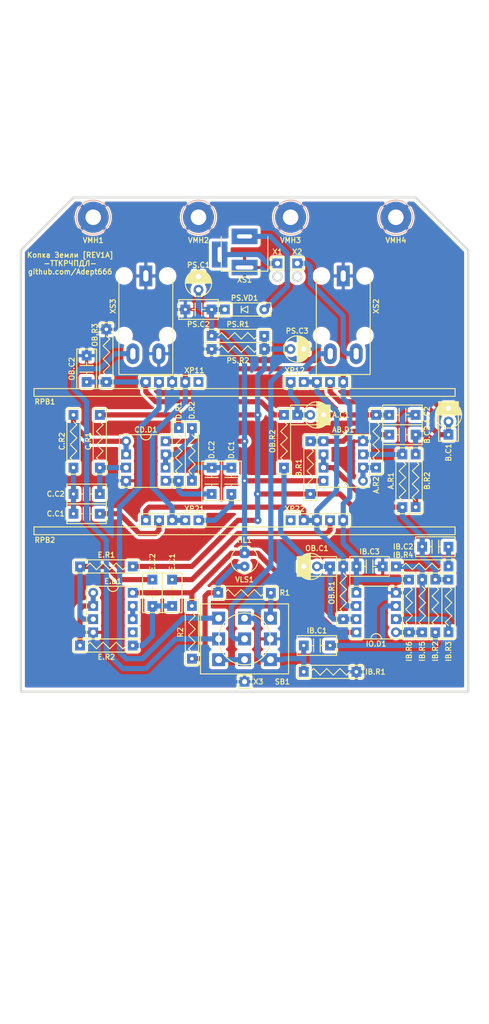
<source format=kicad_pcb>
(kicad_pcb (version 20171130) (host pcbnew 5.1.12-84ad8e8a86~92~ubuntu20.04.1)
  (title_block (title ТКП-1.24.A-2) (date 2024-06-19) (rev 1A) (company "Копка Земли [REV1A] Standard-Tuned") (comment 1 http://github.com/Adept666) (comment 2 "Igor Ivanov (Игорь Иванов)") (comment 3 -ТТКРЧПДЛ-) (comment 4 "This project is licensed under GNU General Public License v3.0 or later"))
  (layers (0 F.Cu jumper) (31 B.Cu signal) (37 F.SilkS user) (38 B.Mask user) (39 F.Mask user) (44 Edge.Cuts user))
  (net 0 "")
  (net 1 COM)
  (net 2 "Net-(HL1-PadC)")
  (net 3 /LED)
  (net 4 /PP3-POS)
  (net 5 /PP3-NEG)
  (net 6 VREF)
  (net 7 "Net-(A.C2-Pad2)")
  (net 8 "Net-(IB.C1-Pad2)")
  (net 9 "Net-(IB.C2-Pad2)")
  (net 10 /CUT-RAIL)
  (net 11 "Net-(IB.R3-Pad2)")
  (net 12 "Net-(IB.R5-Pad2)")
  (net 13 /BOOST-RAIL)
  (net 14 "Net-(IO.D1-Pad7)")
  (net 15 "Net-(OB.C2-Pad1)")
  (net 16 "Net-(C.C1-Pad1)")
  (net 17 "Net-(C.C1-Pad2)")
  (net 18 "Net-(C.C2-Pad2)")
  (net 19 "Net-(D.C1-Pad1)")
  (net 20 "Net-(D.C1-Pad2)")
  (net 21 "Net-(E.C1-Pad1)")
  (net 22 "Net-(E.C1-Pad2)")
  (net 23 "Net-(E.C2-Pad2)")
  (net 24 "Net-(E.D1-Pad6)")
  (net 25 "Net-(A.R2-Pad2)")
  (net 26 "Net-(AB.D1-Pad5)")
  (net 27 "Net-(AB.D1-Pad6)")
  (net 28 "Net-(C.R2-Pad2)")
  (net 29 "Net-(CD.D1-Pad5)")
  (net 30 "Net-(CD.D1-Pad6)")
  (net 31 "Net-(E.D1-Pad1)")
  (net 32 "Net-(E.D1-Pad5)")
  (net 33 V)
  (net 34 "Net-(PS.VD1-PadA)")
  (net 35 /IN-CIR)
  (net 36 /IN-CON)
  (net 37 "Net-(SB1-PadNC1)")
  (net 38 /OUT-CIR)
  (net 39 /OUT-CON)
  (net 40 "Net-(A.C1-Pad+)")
  (net 41 "Net-(A.C1-Pad-)")
  (net 42 "Net-(B.C1-Pad+)")
  (net 43 "Net-(B.C1-Pad-)")
  (net 44 "Net-(OB.C1-Pad-)")
  (module KCL-TH-ML:CON-PAD-S-1.0-1.9 (layer F.Cu) (at 105.41 186.055)
    (fp_text reference X3 (at 1.5875 0) (layer F.SilkS) (effects (font (thickness 0.2)) (justify left)))
    (fp_text value COM)
    (pad 1 thru_hole rect (at 0 0) (size 1.9 1.9) (drill 1) (layers *.Cu *.Mask) (net 1 COM))
  )
  (module KCL-TH-ML:CON-PAD-S-1.0-1.9 (layer F.Cu) (at 115.57 105.41)
    (fp_text reference X2 (at 0 -2.2225) (layer F.SilkS) (effects (font (thickness 0.2))))
    (fp_text value -)
    (pad 1 thru_hole rect (at 0 0) (size 1.9 1.9) (drill 1) (layers *.Cu *.Mask) (net 5 /PP3-NEG))
  )
  (module KCL-TH-ML:CON-PAD-S-1.0-1.9 (layer F.Cu) (at 111.76 105.41)
    (fp_text reference X1 (at 0 -2.2225) (layer F.SilkS) (effects (font (thickness 0.2))))
    (fp_text value +)
    (pad 1 thru_hole rect (at 0 0) (size 1.9 1.9) (drill 1) (layers *.Cu *.Mask) (net 4 /PP3-POS))
  )
  (module KCL-VIRTUAL:B-PP3-HV (layer F.Cu) (at 105.41 196.85)
    (fp_text reference GB1 hide)
    (fp_text value PP3 hide)
  )
  (module KCL-VIRTUAL:VLS-BR (layer F.Cu) (at 105.41 162.56)
    (fp_text reference VLS1 (at 0 3.81) (layer F.SilkS) (effects (font (thickness 0.2))))
    (fp_text value BR-12.7)
  )
  (module KCL-TH-ML:LED-ROUND-05.0-UNI-SH-SPACER-PNL-5.3 (layer F.Cu) (at 105.41 162.56 90)
    (fp_text reference HL1 (at 3.81 0 180) (layer F.SilkS) (effects (font (thickness 0.2))))
    (fp_text value FYL-5013UWC)
    (pad C thru_hole circle (at -1.27 0 90) (size 1.9 1.9) (drill 0.7) (layers *.Cu *.Mask) (net 2 "Net-(HL1-PadC)"))
    (pad A thru_hole roundrect (at 1.27 0 90) (size 1.9 1.9) (drill 0.7) (layers *.Cu *.Mask) (roundrect_rratio 0.3) (net 33 V))
  )
  (module KCL-TH-ML:VMH-STA-DA5-PNL-3.0 (layer F.Cu) (at 76.2 96.52)
    (fp_text reference VMH1 (at 0 4.445) (layer F.SilkS) (effects (font (thickness 0.2))))
    (fp_text value DI5M3x18)
    (pad 0 thru_hole circle (at 0 0) (size 6 6) (drill 3) (layers *.Cu *.Mask) (net 1 COM))
  )
  (module KCL-TH-ML:VMH-STA-DA5-PNL-3.0 (layer F.Cu) (at 96.52 96.52)
    (fp_text reference VMH2 (at 0 4.445) (layer F.SilkS) (effects (font (thickness 0.2))))
    (fp_text value DI5M3x18)
    (pad 0 thru_hole circle (at 0 0) (size 6 6) (drill 3) (layers *.Cu *.Mask) (net 1 COM))
  )
  (module KCL-TH-ML:VMH-STA-DA5-PNL-3.0 (layer F.Cu) (at 114.3 96.52)
    (fp_text reference VMH3 (at 0 4.445) (layer F.SilkS) (effects (font (thickness 0.2))))
    (fp_text value DI5M3x18)
    (pad 0 thru_hole circle (at 0 0) (size 6 6) (drill 3) (layers *.Cu *.Mask) (net 1 COM))
  )
  (module KCL-TH-ML:VMH-STA-DA5-PNL-3.0 (layer F.Cu) (at 134.62 96.52)
    (fp_text reference VMH4 (at 0 4.445) (layer F.SilkS) (effects (font (thickness 0.2))))
    (fp_text value DI5M3x18)
    (pad 0 thru_hole circle (at 0 0) (size 6 6) (drill 3) (layers *.Cu *.Mask) (net 1 COM))
  )
  (module SBKCL-TH-ML:RPB-1590BB-18-3x17-1.5-PNL-7.4-2.8 (layer F.Cu) (at 105.41 143.71)
    (fp_text reference RPB2 (at -40.64 15.04) (layer F.SilkS) (effects (font (thickness 0.2)) (justify left)))
    (fp_text value B50K-B50K-B50K)
    (fp_text user XP22 (at 7.62 9.0075) (layer F.SilkS) (effects (font (thickness 0.2)) (justify left)))
    (fp_text user XP21 (at -7.62 9.0075) (layer F.SilkS) (effects (font (thickness 0.2)) (justify right)))
    (pad 22 thru_hole rect (at 8.89 11.23) (size 1.9 1.9) (drill 1) (layers *.Cu *.Mask) (net 19 "Net-(D.C1-Pad1)"))
    (pad 23 thru_hole rect (at 11.43 11.23) (size 1.9 1.9) (drill 1) (layers *.Cu *.Mask) (net 13 /BOOST-RAIL))
    (pad 33 thru_hole rect (at 13.97 11.23) (size 1.9 1.9) (drill 1) (layers *.Cu *.Mask) (net 13 /BOOST-RAIL))
    (pad 32 thru_hole rect (at 16.51 11.23) (size 1.9 1.9) (drill 1) (layers *.Cu *.Mask) (net 21 "Net-(E.C1-Pad1)"))
    (pad 31 thru_hole rect (at 19.05 11.23) (size 1.9 1.9) (drill 1) (layers *.Cu *.Mask) (net 10 /CUT-RAIL))
    (pad 22 thru_hole rect (at -8.89 11.23) (size 1.9 1.9) (drill 1) (layers *.Cu *.Mask) (net 19 "Net-(D.C1-Pad1)"))
    (pad 12 thru_hole rect (at -16.51 11.23) (size 1.9 1.9) (drill 1) (layers *.Cu *.Mask) (net 16 "Net-(C.C1-Pad1)"))
    (pad 11 thru_hole rect (at -13.97 11.23) (size 1.9 1.9) (drill 1) (layers *.Cu *.Mask) (net 10 /CUT-RAIL))
    (pad 13 thru_hole rect (at -19.05 11.23) (size 1.9 1.9) (drill 1) (layers *.Cu *.Mask) (net 13 /BOOST-RAIL))
    (pad 21 thru_hole rect (at -11.43 11.23) (size 1.9 1.9) (drill 1) (layers *.Cu *.Mask) (net 10 /CUT-RAIL))
  )
  (module SBKCL-TH-ML:RPB-1590BB-18-3x17-1.5-PNL-7.4-2.8 (layer F.Cu) (at 105.41 117.04)
    (fp_text reference RPB1 (at -40.64 15.04) (layer F.SilkS) (effects (font (thickness 0.2)) (justify left)))
    (fp_text value B50K-B50K-B50K)
    (fp_text user XP12 (at 7.62 9.0075) (layer F.SilkS) (effects (font (thickness 0.2)) (justify left)))
    (fp_text user XP11 (at -7.62 9.0075) (layer F.SilkS) (effects (font (thickness 0.2)) (justify right)))
    (pad 22 thru_hole rect (at 8.89 11.23) (size 1.9 1.9) (drill 1) (layers *.Cu *.Mask) (net 40 "Net-(A.C1-Pad+)"))
    (pad 23 thru_hole rect (at 11.43 11.23) (size 1.9 1.9) (drill 1) (layers *.Cu *.Mask) (net 13 /BOOST-RAIL))
    (pad 33 thru_hole rect (at 13.97 11.23) (size 1.9 1.9) (drill 1) (layers *.Cu *.Mask) (net 13 /BOOST-RAIL))
    (pad 32 thru_hole rect (at 16.51 11.23) (size 1.9 1.9) (drill 1) (layers *.Cu *.Mask) (net 42 "Net-(B.C1-Pad+)"))
    (pad 31 thru_hole rect (at 19.05 11.23) (size 1.9 1.9) (drill 1) (layers *.Cu *.Mask) (net 10 /CUT-RAIL))
    (pad 22 thru_hole rect (at -8.89 11.23) (size 1.9 1.9) (drill 1) (layers *.Cu *.Mask) (net 40 "Net-(A.C1-Pad+)"))
    (pad 12 thru_hole rect (at -16.51 11.23) (size 1.9 1.9) (drill 1) (layers *.Cu *.Mask) (net 38 /OUT-CIR))
    (pad 11 thru_hole rect (at -13.97 11.23) (size 1.9 1.9) (drill 1) (layers *.Cu *.Mask) (net 1 COM))
    (pad 13 thru_hole rect (at -19.05 11.23) (size 1.9 1.9) (drill 1) (layers *.Cu *.Mask) (net 15 "Net-(OB.C2-Pad1)"))
    (pad 21 thru_hole rect (at -11.43 11.23) (size 1.9 1.9) (drill 1) (layers *.Cu *.Mask) (net 10 /CUT-RAIL))
  )
  (module SBKCL-TH-ML:CON-ST-008X-04 (layer F.Cu) (at 124.46 100.33 180)
    (fp_text reference XS2 (at -6.35 -13.335 270) (layer F.SilkS) (effects (font (thickness 0.2))))
    (fp_text value PJ-309)
    (pad "" np_thru_hole circle (at 4.2 -7.5 180) (size 2.2 2.2) (drill 2.2) (layers *.Cu *.Mask))
    (pad "" np_thru_hole circle (at -4.2 -7.5 180) (size 2.2 2.2) (drill 2.2) (layers *.Cu *.Mask))
    (pad "" np_thru_hole circle (at 4.2 -19 180) (size 2.2 2.2) (drill 2.2) (layers *.Cu *.Mask))
    (pad R thru_hole oval (at -2.5 -22.5 180) (size 2.5 4) (drill oval 1 2.2) (layers *.Cu *.Mask) (net 5 /PP3-NEG))
    (pad T thru_hole oval (at 2.5 -22.5 180) (size 2.5 4) (drill oval 1 2.2) (layers *.Cu *.Mask) (net 36 /IN-CON))
    (pad S thru_hole rect (at 0 -7.5 180) (size 2.5 4) (drill oval 1 2.2) (layers *.Cu *.Mask) (net 1 COM))
    (pad "" np_thru_hole circle (at -4.2 -19 180) (size 2.2 2.2) (drill 2.2) (layers *.Cu *.Mask))
  )
  (module SBKCL-TH-ML:CON-ST-008X-04 (layer F.Cu) (at 86.36 100.33 180)
    (fp_text reference XS3 (at 6.35 -13.335 270) (layer F.SilkS) (effects (font (thickness 0.2))))
    (fp_text value PJ-309)
    (pad "" np_thru_hole circle (at 4.2 -7.5 180) (size 2.2 2.2) (drill 2.2) (layers *.Cu *.Mask))
    (pad "" np_thru_hole circle (at -4.2 -7.5 180) (size 2.2 2.2) (drill 2.2) (layers *.Cu *.Mask))
    (pad "" np_thru_hole circle (at 4.2 -19 180) (size 2.2 2.2) (drill 2.2) (layers *.Cu *.Mask))
    (pad R thru_hole oval (at -2.5 -22.5 180) (size 2.5 4) (drill oval 1 2.2) (layers *.Cu *.Mask) (net 1 COM))
    (pad T thru_hole oval (at 2.5 -22.5 180) (size 2.5 4) (drill oval 1 2.2) (layers *.Cu *.Mask) (net 39 /OUT-CON))
    (pad S thru_hole rect (at 0 -7.5 180) (size 2.5 4) (drill oval 1 2.2) (layers *.Cu *.Mask) (net 1 COM))
    (pad "" np_thru_hole circle (at -4.2 -19 180) (size 2.2 2.2) (drill 2.2) (layers *.Cu *.Mask))
  )
  (module KCL-TH-ML:SW-PBS-24-302SP-2.5-PNL-13.0 (layer F.Cu) (at 105.41 177.8)
    (fp_text reference SB1 (at 8.89 8.255) (layer F.SilkS) (effects (font (thickness 0.2)) (justify right)))
    (fp_text value PBS-24-302SP)
    (pad COM3 thru_hole rect (at 5 0) (size 2.5 2.5) (drill 1.3) (layers *.Cu *.Mask) (net 1 COM))
    (pad NC3 thru_hole rect (at 5 4) (size 2.5 2.5) (drill 1.3) (layers *.Cu *.Mask) (net 35 /IN-CIR))
    (pad NO3 thru_hole rect (at 5 -4) (size 2.5 2.5) (drill 1.3) (layers *.Cu *.Mask) (net 3 /LED))
    (pad COM2 thru_hole rect (at 0 0) (size 2.5 2.5) (drill 1.3) (layers *.Cu *.Mask) (net 36 /IN-CON))
    (pad NC2 thru_hole rect (at 0 4) (size 2.5 2.5) (drill 1.3) (layers *.Cu *.Mask) (net 37 "Net-(SB1-PadNC1)"))
    (pad NO2 thru_hole rect (at 0 -4) (size 2.5 2.5) (drill 1.3) (layers *.Cu *.Mask) (net 35 /IN-CIR))
    (pad NO1 thru_hole rect (at -5 -4) (size 2.5 2.5) (drill 1.3) (layers *.Cu *.Mask) (net 38 /OUT-CIR))
    (pad COM1 thru_hole rect (at -5 0) (size 2.5 2.5) (drill 1.3) (layers *.Cu *.Mask) (net 39 /OUT-CON))
    (pad NC1 thru_hole rect (at -5 4) (size 2.5 2.5) (drill 1.3) (layers *.Cu *.Mask) (net 37 "Net-(SB1-PadNC1)"))
  )
  (module SBKCL-TH-ML:C-DISK-D04.2-T03.0-P05.08-d0.5-OR-CP-RADIAL-D05.0-P02.0-CLS (layer F.Cu) (at 119.38 163.83 180)
    (fp_text reference OB.C1 (at 0 3.4925) (layer F.SilkS) (effects (font (thickness 0.2))))
    (fp_text value 105)
    (pad - thru_hole rect (at 2.54 0 180) (size 1.9 1.9) (drill 1) (layers *.Cu *.Mask) (net 44 "Net-(OB.C1-Pad-)"))
    (pad + thru_hole circle (at 0 0 180) (size 1.9 1.9) (drill 1) (layers *.Cu *.Mask) (net 14 "Net-(IO.D1-Pad7)"))
    (pad + thru_hole rect (at -2.54 0 180) (size 1.9 1.9) (drill 0.6) (layers *.Cu *.Mask) (net 14 "Net-(IO.D1-Pad7)"))
  )
  (module SBKCL-TH-ML:C-DISK-D04.2-T03.0-P05.08-d0.5-OR-CP-RADIAL-D05.0-P02.0-CLS (layer F.Cu) (at 144.78 135.89 90)
    (fp_text reference B.C1 (at -4.1275 0 90) (layer F.SilkS) (effects (font (thickness 0.2)) (justify right)))
    (fp_text value 105)
    (pad - thru_hole rect (at 2.54 0 90) (size 1.9 1.9) (drill 1) (layers *.Cu *.Mask) (net 43 "Net-(B.C1-Pad-)"))
    (pad + thru_hole circle (at 0 0 90) (size 1.9 1.9) (drill 1) (layers *.Cu *.Mask) (net 42 "Net-(B.C1-Pad+)"))
    (pad + thru_hole rect (at -2.54 0 90) (size 1.9 1.9) (drill 0.6) (layers *.Cu *.Mask) (net 42 "Net-(B.C1-Pad+)"))
  )
  (module SBKCL-TH-ML:C-DISK-D04.2-T03.0-P05.08-d0.5-OR-CP-RADIAL-D05.0-P02.0-CLS (layer F.Cu) (at 118.11 134.62)
    (fp_text reference A.C1 (at 4.1275 0) (layer F.SilkS) (effects (font (thickness 0.2)) (justify left)))
    (fp_text value 105)
    (pad + thru_hole rect (at -2.54 0) (size 1.9 1.9) (drill 0.6) (layers *.Cu *.Mask) (net 40 "Net-(A.C1-Pad+)"))
    (pad + thru_hole circle (at 0 0) (size 1.9 1.9) (drill 1) (layers *.Cu *.Mask) (net 40 "Net-(A.C1-Pad+)"))
    (pad - thru_hole rect (at 2.54 0) (size 1.9 1.9) (drill 1) (layers *.Cu *.Mask) (net 41 "Net-(A.C1-Pad-)"))
  )
  (module KCL-TH-ML:R-MFR-25 (layer F.Cu) (at 95.25 176.53 90)
    (fp_text reference R2 (at 0 -2.2225 90) (layer F.SilkS) (effects (font (thickness 0.2))))
    (fp_text value X)
    (pad 1 thru_hole rect (at -5.08 0 90) (size 1.9 1.9) (drill 0.7) (layers *.Cu *.Mask) (net 2 "Net-(HL1-PadC)"))
    (pad 2 thru_hole rect (at 5.08 0 90) (size 1.9 1.9) (drill 0.7) (layers *.Cu *.Mask) (net 33 V))
  )
  (module KCL-TH-ML:CP-RADIAL-D05.0-P02.0-CLS (layer F.Cu) (at 115.57 121.92)
    (fp_text reference PS.C3 (at 0 -3.4925) (layer F.SilkS) (effects (font (thickness 0.2))))
    (fp_text value 476)
    (pad - thru_hole roundrect (at 1.27 0) (size 1.9 1.9) (drill 1) (layers *.Cu *.Mask) (roundrect_rratio 0.3) (net 1 COM))
    (pad + thru_hole circle (at -1.27 0) (size 1.9 1.9) (drill 1) (layers *.Cu *.Mask) (net 6 VREF))
  )
  (module KCL-TH-ML:CP-RADIAL-D05.0-P02.0-CLS (layer F.Cu) (at 96.52 109.22 90)
    (fp_text reference PS.C1 (at 3.4925 0 180) (layer F.SilkS) (effects (font (thickness 0.2))))
    (fp_text value 107)
    (pad + thru_hole circle (at -1.27 0 90) (size 1.9 1.9) (drill 1) (layers *.Cu *.Mask) (net 33 V))
    (pad - thru_hole roundrect (at 1.27 0 90) (size 1.9 1.9) (drill 1) (layers *.Cu *.Mask) (roundrect_rratio 0.3) (net 1 COM))
  )
  (module KCL-TH-ML:C-DISK-D04.2-T03.0-P05.08-d0.5 (layer F.Cu) (at 96.52 114.3 180)
    (fp_text reference PS.C2 (at 0 -2.8575) (layer F.SilkS) (effects (font (thickness 0.2))))
    (fp_text value 104)
    (pad 1 thru_hole rect (at -2.54 0 180) (size 1.9 1.9) (drill 0.6) (layers *.Cu *.Mask) (net 33 V))
    (pad 2 thru_hole rect (at 2.54 0 180) (size 1.9 1.9) (drill 0.6) (layers *.Cu *.Mask) (net 1 COM))
  )
  (module KCL-TH-ML:C-DISK-D04.2-T03.0-P05.08-d0.5 (layer F.Cu) (at 74.93 125.73 90)
    (fp_text reference OB.C2 (at 0 -2.8575 90) (layer F.SilkS) (effects (font (thickness 0.2))))
    (fp_text value 103)
    (pad 1 thru_hole rect (at -2.54 0 90) (size 1.9 1.9) (drill 0.6) (layers *.Cu *.Mask) (net 15 "Net-(OB.C2-Pad1)"))
    (pad 2 thru_hole rect (at 2.54 0 90) (size 1.9 1.9) (drill 0.6) (layers *.Cu *.Mask) (net 1 COM))
  )
  (module KCL-TH-ML:C-DISK-D04.2-T03.0-P05.08-d0.5 (layer F.Cu) (at 129.54 163.83)
    (fp_text reference IB.C3 (at 0 -2.8575) (layer F.SilkS) (effects (font (thickness 0.2))))
    (fp_text value 151)
    (pad 1 thru_hole rect (at -2.54 0) (size 1.9 1.9) (drill 0.6) (layers *.Cu *.Mask) (net 10 /CUT-RAIL))
    (pad 2 thru_hole rect (at 2.54 0) (size 1.9 1.9) (drill 0.6) (layers *.Cu *.Mask) (net 1 COM))
  )
  (module KCL-TH-ML:C-DISK-D04.2-T03.0-P05.08-d0.5 (layer F.Cu) (at 142.24 160.02)
    (fp_text reference IB.C2 (at -4.1275 0) (layer F.SilkS) (effects (font (thickness 0.2)) (justify right)))
    (fp_text value 103)
    (pad 1 thru_hole rect (at -2.54 0) (size 1.9 1.9) (drill 0.6) (layers *.Cu *.Mask) (net 6 VREF))
    (pad 2 thru_hole rect (at 2.54 0) (size 1.9 1.9) (drill 0.6) (layers *.Cu *.Mask) (net 9 "Net-(IB.C2-Pad2)"))
  )
  (module KCL-TH-ML:C-DISK-D04.2-T03.0-P05.08-d0.5 (layer F.Cu) (at 119.38 179.07)
    (fp_text reference IB.C1 (at 0 -2.8575) (layer F.SilkS) (effects (font (thickness 0.2))))
    (fp_text value 103)
    (pad 1 thru_hole rect (at -2.54 0) (size 1.9 1.9) (drill 0.6) (layers *.Cu *.Mask) (net 35 /IN-CIR))
    (pad 2 thru_hole rect (at 2.54 0) (size 1.9 1.9) (drill 0.6) (layers *.Cu *.Mask) (net 8 "Net-(IB.C1-Pad2)"))
  )
  (module KCL-TH-ML:C-DISK-D04.2-T03.0-P05.08-d0.5 (layer F.Cu) (at 87.63 168.91 90)
    (fp_text reference E.C2 (at 4.1275 0 90) (layer F.SilkS) (effects (font (thickness 0.2)) (justify left)))
    (fp_text value 681)
    (pad 1 thru_hole rect (at -2.54 0 90) (size 1.9 1.9) (drill 0.6) (layers *.Cu *.Mask) (net 22 "Net-(E.C1-Pad2)"))
    (pad 2 thru_hole rect (at 2.54 0 90) (size 1.9 1.9) (drill 0.6) (layers *.Cu *.Mask) (net 23 "Net-(E.C2-Pad2)"))
  )
  (module KCL-TH-ML:C-DISK-D04.2-T03.0-P05.08-d0.5 (layer F.Cu) (at 91.44 168.91 270)
    (fp_text reference E.C1 (at -4.1275 0 90) (layer F.SilkS) (effects (font (thickness 0.2)) (justify left)))
    (fp_text value 223)
    (pad 1 thru_hole rect (at -2.54 0 270) (size 1.9 1.9) (drill 0.6) (layers *.Cu *.Mask) (net 21 "Net-(E.C1-Pad1)"))
    (pad 2 thru_hole rect (at 2.54 0 270) (size 1.9 1.9) (drill 0.6) (layers *.Cu *.Mask) (net 22 "Net-(E.C1-Pad2)"))
  )
  (module KCL-TH-ML:C-DISK-D04.2-T03.0-P05.08-d0.5 (layer F.Cu) (at 99.06 147.32 270)
    (fp_text reference D.C2 (at -4.1275 0 90) (layer F.SilkS) (effects (font (thickness 0.2)) (justify left)))
    (fp_text value 332)
    (pad 1 thru_hole rect (at -2.54 0 270) (size 1.9 1.9) (drill 0.6) (layers *.Cu *.Mask) (net 20 "Net-(D.C1-Pad2)"))
    (pad 2 thru_hole rect (at 2.54 0 270) (size 1.9 1.9) (drill 0.6) (layers *.Cu *.Mask) (net 29 "Net-(CD.D1-Pad5)"))
  )
  (module KCL-TH-ML:C-DISK-D04.2-T03.0-P05.08-d0.5 (layer F.Cu) (at 102.87 147.32 90)
    (fp_text reference D.C1 (at 4.1275 0 90) (layer F.SilkS) (effects (font (thickness 0.2)) (justify left)))
    (fp_text value 333)
    (pad 2 thru_hole rect (at 2.54 0 90) (size 1.9 1.9) (drill 0.6) (layers *.Cu *.Mask) (net 20 "Net-(D.C1-Pad2)"))
    (pad 1 thru_hole rect (at -2.54 0 90) (size 1.9 1.9) (drill 0.6) (layers *.Cu *.Mask) (net 19 "Net-(D.C1-Pad1)"))
  )
  (module KCL-TH-ML:C-DISK-D04.2-T03.0-P05.08-d0.5 (layer F.Cu) (at 74.93 149.86)
    (fp_text reference C.C2 (at -4.1275 0) (layer F.SilkS) (effects (font (thickness 0.2)) (justify right)))
    (fp_text value 472)
    (pad 2 thru_hole rect (at 2.54 0) (size 1.9 1.9) (drill 0.6) (layers *.Cu *.Mask) (net 18 "Net-(C.C2-Pad2)"))
    (pad 1 thru_hole rect (at -2.54 0) (size 1.9 1.9) (drill 0.6) (layers *.Cu *.Mask) (net 17 "Net-(C.C1-Pad2)"))
  )
  (module KCL-TH-ML:C-DISK-D04.2-T03.0-P05.08-d0.5 (layer F.Cu) (at 74.93 153.67 180)
    (fp_text reference C.C1 (at 4.1275 0) (layer F.SilkS) (effects (font (thickness 0.2)) (justify right)))
    (fp_text value 224)
    (pad 2 thru_hole rect (at 2.54 0 180) (size 1.9 1.9) (drill 0.6) (layers *.Cu *.Mask) (net 17 "Net-(C.C1-Pad2)"))
    (pad 1 thru_hole rect (at -2.54 0 180) (size 1.9 1.9) (drill 0.6) (layers *.Cu *.Mask) (net 16 "Net-(C.C1-Pad1)"))
  )
  (module KCL-TH-ML:C-DISK-D04.2-T03.0-P05.08-d0.5 (layer F.Cu) (at 135.89 138.43 180)
    (fp_text reference B.C2 (at -4.7625 0 270) (layer F.SilkS) (effects (font (thickness 0.2))))
    (fp_text value 682)
    (pad 1 thru_hole rect (at -2.54 0 180) (size 1.9 1.9) (drill 0.6) (layers *.Cu *.Mask) (net 43 "Net-(B.C1-Pad-)"))
    (pad 2 thru_hole rect (at 2.54 0 180) (size 1.9 1.9) (drill 0.6) (layers *.Cu *.Mask) (net 26 "Net-(AB.D1-Pad5)"))
  )
  (module KCL-TH-ML:C-DISK-D04.2-T03.0-P05.08-d0.5 (layer F.Cu) (at 135.89 134.62)
    (fp_text reference A.C2 (at 4.7625 0 90) (layer F.SilkS) (effects (font (thickness 0.2))))
    (fp_text value 473)
    (pad 2 thru_hole rect (at 2.54 0) (size 1.9 1.9) (drill 0.6) (layers *.Cu *.Mask) (net 7 "Net-(A.C2-Pad2)"))
    (pad 1 thru_hole rect (at -2.54 0) (size 1.9 1.9) (drill 0.6) (layers *.Cu *.Mask) (net 41 "Net-(A.C1-Pad-)"))
  )
  (module KCL-TH-ML:R-MFR-25 (layer F.Cu) (at 105.41 168.91 180)
    (fp_text reference R1 (at -6.6675 0) (layer F.SilkS) (effects (font (thickness 0.2)) (justify left)))
    (fp_text value 103)
    (pad 1 thru_hole rect (at -5.08 0 180) (size 1.9 1.9) (drill 0.7) (layers *.Cu *.Mask) (net 3 /LED))
    (pad 2 thru_hole rect (at 5.08 0 180) (size 1.9 1.9) (drill 0.7) (layers *.Cu *.Mask) (net 2 "Net-(HL1-PadC)"))
  )
  (module KCL-TH-ML:R-MFR-25 (layer F.Cu) (at 104.14 121.92)
    (fp_text reference PS.R2 (at 0 2.2225) (layer F.SilkS) (effects (font (thickness 0.2))))
    (fp_text value 473)
    (pad 1 thru_hole rect (at -5.08 0) (size 1.9 1.9) (drill 0.7) (layers *.Cu *.Mask) (net 1 COM))
    (pad 2 thru_hole rect (at 5.08 0) (size 1.9 1.9) (drill 0.7) (layers *.Cu *.Mask) (net 6 VREF))
  )
  (module KCL-TH-ML:R-MFR-25 (layer F.Cu) (at 104.14 119.38 180)
    (fp_text reference PS.R1 (at 0 2.2225) (layer F.SilkS) (effects (font (thickness 0.2))))
    (fp_text value 473)
    (pad 1 thru_hole rect (at -5.08 0 180) (size 1.9 1.9) (drill 0.7) (layers *.Cu *.Mask) (net 6 VREF))
    (pad 2 thru_hole rect (at 5.08 0 180) (size 1.9 1.9) (drill 0.7) (layers *.Cu *.Mask) (net 33 V))
  )
  (module KCL-TH-ML:R-MFR-25 (layer F.Cu) (at 78.74 123.19 270)
    (fp_text reference OB.R3 (at -6.35 2.2225 90) (layer F.SilkS) (effects (font (thickness 0.2)) (justify right)))
    (fp_text value 103)
    (pad 1 thru_hole rect (at -5.08 0 270) (size 1.9 1.9) (drill 0.7) (layers *.Cu *.Mask) (net 1 COM))
    (pad 2 thru_hole rect (at 5.08 0 270) (size 1.9 1.9) (drill 0.7) (layers *.Cu *.Mask) (net 15 "Net-(OB.C2-Pad1)"))
  )
  (module KCL-TH-ML:R-MFR-25 (layer F.Cu) (at 113.03 139.7 90)
    (fp_text reference OB.R2 (at 0 -2.2225 90) (layer F.SilkS) (effects (font (thickness 0.2))))
    (fp_text value 103)
    (pad 2 thru_hole rect (at 5.08 0 90) (size 1.9 1.9) (drill 0.7) (layers *.Cu *.Mask) (net 15 "Net-(OB.C2-Pad1)"))
    (pad 1 thru_hole rect (at -5.08 0 90) (size 1.9 1.9) (drill 0.7) (layers *.Cu *.Mask) (net 44 "Net-(OB.C1-Pad-)"))
  )
  (module KCL-TH-ML:R-MFR-25 (layer F.Cu) (at 124.46 168.91 270)
    (fp_text reference OB.R1 (at 0 2.2225 90) (layer F.SilkS) (effects (font (thickness 0.2))))
    (fp_text value 103)
    (pad 2 thru_hole rect (at 5.08 0 270) (size 1.9 1.9) (drill 0.7) (layers *.Cu *.Mask) (net 14 "Net-(IO.D1-Pad7)"))
    (pad 1 thru_hole rect (at -5.08 0 270) (size 1.9 1.9) (drill 0.7) (layers *.Cu *.Mask) (net 13 /BOOST-RAIL))
  )
  (module KCL-TH-ML:R-MFR-25 (layer F.Cu) (at 137.16 171.45 90)
    (fp_text reference IB.R6 (at -6.6675 0 90) (layer F.SilkS) (effects (font (thickness 0.2)) (justify right)))
    (fp_text value 103)
    (pad 1 thru_hole rect (at -5.08 0 90) (size 1.9 1.9) (drill 0.7) (layers *.Cu *.Mask) (net 12 "Net-(IB.R5-Pad2)"))
    (pad 2 thru_hole rect (at 5.08 0 90) (size 1.9 1.9) (drill 0.7) (layers *.Cu *.Mask) (net 10 /CUT-RAIL))
  )
  (module KCL-TH-ML:R-MFR-25 (layer F.Cu) (at 139.7 171.45 270)
    (fp_text reference IB.R5 (at 6.6675 0 90) (layer F.SilkS) (effects (font (thickness 0.2)) (justify right)))
    (fp_text value 103)
    (pad 1 thru_hole rect (at -5.08 0 270) (size 1.9 1.9) (drill 0.7) (layers *.Cu *.Mask) (net 11 "Net-(IB.R3-Pad2)"))
    (pad 2 thru_hole rect (at 5.08 0 270) (size 1.9 1.9) (drill 0.7) (layers *.Cu *.Mask) (net 12 "Net-(IB.R5-Pad2)"))
  )
  (module KCL-TH-ML:R-MFR-25 (layer F.Cu) (at 139.7 163.83 180)
    (fp_text reference IB.R4 (at 1.5875 2.2225) (layer F.SilkS) (effects (font (thickness 0.2)) (justify right)))
    (fp_text value 102)
    (pad 1 thru_hole rect (at -5.08 0 180) (size 1.9 1.9) (drill 0.7) (layers *.Cu *.Mask) (net 9 "Net-(IB.C2-Pad2)"))
    (pad 2 thru_hole rect (at 5.08 0 180) (size 1.9 1.9) (drill 0.7) (layers *.Cu *.Mask) (net 11 "Net-(IB.R3-Pad2)"))
  )
  (module KCL-TH-ML:R-MFR-25 (layer F.Cu) (at 144.78 171.45 270)
    (fp_text reference IB.R3 (at 6.6675 0 90) (layer F.SilkS) (effects (font (thickness 0.2)) (justify right)))
    (fp_text value 103)
    (pad 1 thru_hole rect (at -5.08 0 270) (size 1.9 1.9) (drill 0.7) (layers *.Cu *.Mask) (net 6 VREF))
    (pad 2 thru_hole rect (at 5.08 0 270) (size 1.9 1.9) (drill 0.7) (layers *.Cu *.Mask) (net 11 "Net-(IB.R3-Pad2)"))
  )
  (module KCL-TH-ML:R-MFR-25 (layer F.Cu) (at 142.24 171.45 270)
    (fp_text reference IB.R2 (at 6.6675 0 90) (layer F.SilkS) (effects (font (thickness 0.2)) (justify right)))
    (fp_text value 474)
    (pad 1 thru_hole rect (at -5.08 0 270) (size 1.9 1.9) (drill 0.7) (layers *.Cu *.Mask) (net 6 VREF))
    (pad 2 thru_hole rect (at 5.08 0 270) (size 1.9 1.9) (drill 0.7) (layers *.Cu *.Mask) (net 8 "Net-(IB.C1-Pad2)"))
  )
  (module KCL-TH-ML:R-MFR-25 (layer F.Cu) (at 121.92 184.15 180)
    (fp_text reference IB.R1 (at -6.6675 0) (layer F.SilkS) (effects (font (thickness 0.2)) (justify left)))
    (fp_text value 225)
    (pad 1 thru_hole rect (at -5.08 0 180) (size 1.9 1.9) (drill 0.7) (layers *.Cu *.Mask) (net 1 COM))
    (pad 2 thru_hole rect (at 5.08 0 180) (size 1.9 1.9) (drill 0.7) (layers *.Cu *.Mask) (net 35 /IN-CIR))
  )
  (module KCL-TH-ML:R-MFR-25 (layer F.Cu) (at 78.74 179.07 180)
    (fp_text reference E.R2 (at 0 -2.2225) (layer F.SilkS) (effects (font (thickness 0.2))))
    (fp_text value 511)
    (pad 2 thru_hole rect (at 5.08 0 180) (size 1.9 1.9) (drill 0.7) (layers *.Cu *.Mask) (net 31 "Net-(E.D1-Pad1)"))
    (pad 1 thru_hole rect (at -5.08 0 180) (size 1.9 1.9) (drill 0.7) (layers *.Cu *.Mask) (net 22 "Net-(E.C1-Pad2)"))
  )
  (module KCL-TH-ML:R-MFR-25 (layer F.Cu) (at 78.74 163.83 180)
    (fp_text reference E.R1 (at 0 2.2225) (layer F.SilkS) (effects (font (thickness 0.2))))
    (fp_text value 124)
    (pad 2 thru_hole rect (at 5.08 0 180) (size 1.9 1.9) (drill 0.7) (layers *.Cu *.Mask) (net 23 "Net-(E.C2-Pad2)"))
    (pad 1 thru_hole rect (at -5.08 0 180) (size 1.9 1.9) (drill 0.7) (layers *.Cu *.Mask) (net 6 VREF))
  )
  (module KCL-TH-ML:R-MFR-25 (layer F.Cu) (at 95.25 142.24 90)
    (fp_text reference D.R2 (at 6.6675 0 90) (layer F.SilkS) (effects (font (thickness 0.2)) (justify left)))
    (fp_text value 821)
    (pad 2 thru_hole rect (at 5.08 0 90) (size 1.9 1.9) (drill 0.7) (layers *.Cu *.Mask) (net 30 "Net-(CD.D1-Pad6)"))
    (pad 1 thru_hole rect (at -5.08 0 90) (size 1.9 1.9) (drill 0.7) (layers *.Cu *.Mask) (net 20 "Net-(D.C1-Pad2)"))
  )
  (module KCL-TH-ML:R-MFR-25 (layer F.Cu) (at 92.71 142.24 270)
    (fp_text reference D.R1 (at -6.6675 0 90) (layer F.SilkS) (effects (font (thickness 0.2)) (justify left)))
    (fp_text value 104)
    (pad 1 thru_hole rect (at -5.08 0 270) (size 1.9 1.9) (drill 0.7) (layers *.Cu *.Mask) (net 6 VREF))
    (pad 2 thru_hole rect (at 5.08 0 270) (size 1.9 1.9) (drill 0.7) (layers *.Cu *.Mask) (net 29 "Net-(CD.D1-Pad5)"))
  )
  (module KCL-TH-ML:R-MFR-25 (layer F.Cu) (at 72.39 139.7 90)
    (fp_text reference C.R2 (at 0 -2.2225 90) (layer F.SilkS) (effects (font (thickness 0.2))))
    (fp_text value 511)
    (pad 2 thru_hole rect (at 5.08 0 90) (size 1.9 1.9) (drill 0.7) (layers *.Cu *.Mask) (net 28 "Net-(C.R2-Pad2)"))
    (pad 1 thru_hole rect (at -5.08 0 90) (size 1.9 1.9) (drill 0.7) (layers *.Cu *.Mask) (net 17 "Net-(C.C1-Pad2)"))
  )
  (module KCL-TH-ML:R-MFR-25 (layer F.Cu) (at 77.47 139.7 270)
    (fp_text reference C.R1 (at 0 2.2225 90) (layer F.SilkS) (effects (font (thickness 0.2))))
    (fp_text value 124)
    (pad 2 thru_hole rect (at 5.08 0 270) (size 1.9 1.9) (drill 0.7) (layers *.Cu *.Mask) (net 18 "Net-(C.C2-Pad2)"))
    (pad 1 thru_hole rect (at -5.08 0 270) (size 1.9 1.9) (drill 0.7) (layers *.Cu *.Mask) (net 6 VREF))
  )
  (module KCL-TH-ML:R-MFR-25 (layer F.Cu) (at 138.43 147.32 270)
    (fp_text reference B.R2 (at 0 -2.2225 90) (layer F.SilkS) (effects (font (thickness 0.2))))
    (fp_text value 471)
    (pad 2 thru_hole rect (at 5.08 0 270) (size 1.9 1.9) (drill 0.7) (layers *.Cu *.Mask) (net 27 "Net-(AB.D1-Pad6)"))
    (pad 1 thru_hole rect (at -5.08 0 270) (size 1.9 1.9) (drill 0.7) (layers *.Cu *.Mask) (net 43 "Net-(B.C1-Pad-)"))
  )
  (module KCL-TH-ML:R-MFR-25 (layer F.Cu) (at 118.11 144.78 90)
    (fp_text reference B.R1 (at 0 -2.2225 90) (layer F.SilkS) (effects (font (thickness 0.2))))
    (fp_text value 124)
    (pad 2 thru_hole rect (at 5.08 0 90) (size 1.9 1.9) (drill 0.7) (layers *.Cu *.Mask) (net 26 "Net-(AB.D1-Pad5)"))
    (pad 1 thru_hole rect (at -5.08 0 90) (size 1.9 1.9) (drill 0.7) (layers *.Cu *.Mask) (net 6 VREF))
  )
  (module KCL-TH-ML:R-MFR-25 (layer F.Cu) (at 130.81 139.7 270)
    (fp_text reference A.R2 (at 6.6675 0 90) (layer F.SilkS) (effects (font (thickness 0.2)) (justify right)))
    (fp_text value 471)
    (pad 2 thru_hole rect (at 5.08 0 270) (size 1.9 1.9) (drill 0.7) (layers *.Cu *.Mask) (net 25 "Net-(A.R2-Pad2)"))
    (pad 1 thru_hole rect (at -5.08 0 270) (size 1.9 1.9) (drill 0.7) (layers *.Cu *.Mask) (net 41 "Net-(A.C1-Pad-)"))
  )
  (module KCL-TH-ML:R-MFR-25 (layer F.Cu) (at 135.89 147.32 90)
    (fp_text reference A.R1 (at 0 -2.2225 90) (layer F.SilkS) (effects (font (thickness 0.2))))
    (fp_text value 104)
    (pad 2 thru_hole rect (at 5.08 0 90) (size 1.9 1.9) (drill 0.7) (layers *.Cu *.Mask) (net 7 "Net-(A.C2-Pad2)"))
    (pad 1 thru_hole rect (at -5.08 0 90) (size 1.9 1.9) (drill 0.7) (layers *.Cu *.Mask) (net 6 VREF))
  )
  (module KCL-TH-ML:CON-DC-005 (layer F.Cu) (at 105.41 92.71 180)
    (fp_text reference XS1 (at 0 -15.875) (layer F.SilkS) (effects (font (thickness 0.2))))
    (fp_text value DC-005)
    (pad C thru_hole rect (at 0 -13.5 180) (size 5 3) (drill oval 3.5 0.8) (layers *.Cu *.Mask) (net 1 COM))
    (pad SN thru_hole rect (at 4.8 -11 180) (size 3 5) (drill oval 0.8 3) (layers *.Cu *.Mask) (net 4 /PP3-POS))
    (pad S thru_hole rect (at 0 -7.5 180) (size 5 3) (drill oval 3 0.8) (layers *.Cu *.Mask) (net 34 "Net-(PS.VD1-PadA)"))
  )
  (module KCL-TH-ML:P-DIP-08 (layer F.Cu) (at 130.81 172.72 180)
    (fp_text reference IO.D1 (at 0 -6.0325) (layer F.SilkS) (effects (font (thickness 0.2))))
    (fp_text value 4558)
    (pad 8 thru_hole rect (at 3.81 -3.81 180) (size 1.9 1.9) (drill 1) (layers *.Cu *.Mask) (net 33 V))
    (pad 7 thru_hole rect (at 3.81 -1.27 180) (size 1.9 1.9) (drill 1) (layers *.Cu *.Mask) (net 14 "Net-(IO.D1-Pad7)"))
    (pad 6 thru_hole rect (at 3.81 1.27 180) (size 1.9 1.9) (drill 1) (layers *.Cu *.Mask) (net 13 /BOOST-RAIL))
    (pad 5 thru_hole rect (at 3.81 3.81 180) (size 1.9 1.9) (drill 1) (layers *.Cu *.Mask) (net 10 /CUT-RAIL))
    (pad 4 thru_hole rect (at -3.81 3.81 180) (size 1.9 1.9) (drill 1) (layers *.Cu *.Mask) (net 1 COM))
    (pad 3 thru_hole rect (at -3.81 1.27 180) (size 1.9 1.9) (drill 1) (layers *.Cu *.Mask) (net 8 "Net-(IB.C1-Pad2)"))
    (pad 2 thru_hole rect (at -3.81 -1.27 180) (size 1.9 1.9) (drill 1) (layers *.Cu *.Mask) (net 11 "Net-(IB.R3-Pad2)"))
    (pad 1 thru_hole circle (at -3.81 -3.81 180) (size 1.9 1.9) (drill 1) (layers *.Cu *.Mask) (net 12 "Net-(IB.R5-Pad2)"))
  )
  (module KCL-TH-ML:P-DIP-08 (layer F.Cu) (at 80.01 172.72)
    (fp_text reference E.D1 (at 0 -6.0325) (layer F.SilkS) (effects (font (thickness 0.2))))
    (fp_text value 4558)
    (pad 8 thru_hole rect (at 3.81 -3.81) (size 1.9 1.9) (drill 1) (layers *.Cu *.Mask) (net 33 V))
    (pad 7 thru_hole rect (at 3.81 -1.27) (size 1.9 1.9) (drill 1) (layers *.Cu *.Mask) (net 24 "Net-(E.D1-Pad6)"))
    (pad 6 thru_hole rect (at 3.81 1.27) (size 1.9 1.9) (drill 1) (layers *.Cu *.Mask) (net 24 "Net-(E.D1-Pad6)"))
    (pad 5 thru_hole rect (at 3.81 3.81) (size 1.9 1.9) (drill 1) (layers *.Cu *.Mask) (net 32 "Net-(E.D1-Pad5)"))
    (pad 4 thru_hole rect (at -3.81 3.81) (size 1.9 1.9) (drill 1) (layers *.Cu *.Mask) (net 1 COM))
    (pad 3 thru_hole rect (at -3.81 1.27) (size 1.9 1.9) (drill 1) (layers *.Cu *.Mask) (net 23 "Net-(E.C2-Pad2)"))
    (pad 2 thru_hole rect (at -3.81 -1.27) (size 1.9 1.9) (drill 1) (layers *.Cu *.Mask) (net 31 "Net-(E.D1-Pad1)"))
    (pad 1 thru_hole circle (at -3.81 -3.81) (size 1.9 1.9) (drill 1) (layers *.Cu *.Mask) (net 31 "Net-(E.D1-Pad1)"))
  )
  (module KCL-TH-ML:P-DIP-08 (layer F.Cu) (at 86.36 143.51)
    (fp_text reference CD.D1 (at 0 -6.0325) (layer F.SilkS) (effects (font (thickness 0.2))))
    (fp_text value 4558)
    (pad 8 thru_hole rect (at 3.81 -3.81) (size 1.9 1.9) (drill 1) (layers *.Cu *.Mask) (net 33 V))
    (pad 7 thru_hole rect (at 3.81 -1.27) (size 1.9 1.9) (drill 1) (layers *.Cu *.Mask) (net 30 "Net-(CD.D1-Pad6)"))
    (pad 6 thru_hole rect (at 3.81 1.27) (size 1.9 1.9) (drill 1) (layers *.Cu *.Mask) (net 30 "Net-(CD.D1-Pad6)"))
    (pad 5 thru_hole rect (at 3.81 3.81) (size 1.9 1.9) (drill 1) (layers *.Cu *.Mask) (net 29 "Net-(CD.D1-Pad5)"))
    (pad 4 thru_hole rect (at -3.81 3.81) (size 1.9 1.9) (drill 1) (layers *.Cu *.Mask) (net 1 COM))
    (pad 3 thru_hole rect (at -3.81 1.27) (size 1.9 1.9) (drill 1) (layers *.Cu *.Mask) (net 18 "Net-(C.C2-Pad2)"))
    (pad 2 thru_hole rect (at -3.81 -1.27) (size 1.9 1.9) (drill 1) (layers *.Cu *.Mask) (net 28 "Net-(C.R2-Pad2)"))
    (pad 1 thru_hole circle (at -3.81 -3.81) (size 1.9 1.9) (drill 1) (layers *.Cu *.Mask) (net 28 "Net-(C.R2-Pad2)"))
  )
  (module KCL-TH-ML:P-DIP-08 (layer F.Cu) (at 124.46 143.51 180)
    (fp_text reference AB.D1 (at 0 6.0325) (layer F.SilkS) (effects (font (thickness 0.2))))
    (fp_text value 4558)
    (pad 8 thru_hole rect (at 3.81 -3.81 180) (size 1.9 1.9) (drill 1) (layers *.Cu *.Mask) (net 33 V))
    (pad 7 thru_hole rect (at 3.81 -1.27 180) (size 1.9 1.9) (drill 1) (layers *.Cu *.Mask) (net 27 "Net-(AB.D1-Pad6)"))
    (pad 6 thru_hole rect (at 3.81 1.27 180) (size 1.9 1.9) (drill 1) (layers *.Cu *.Mask) (net 27 "Net-(AB.D1-Pad6)"))
    (pad 5 thru_hole rect (at 3.81 3.81 180) (size 1.9 1.9) (drill 1) (layers *.Cu *.Mask) (net 26 "Net-(AB.D1-Pad5)"))
    (pad 4 thru_hole rect (at -3.81 3.81 180) (size 1.9 1.9) (drill 1) (layers *.Cu *.Mask) (net 1 COM))
    (pad 3 thru_hole rect (at -3.81 1.27 180) (size 1.9 1.9) (drill 1) (layers *.Cu *.Mask) (net 7 "Net-(A.C2-Pad2)"))
    (pad 2 thru_hole rect (at -3.81 -1.27 180) (size 1.9 1.9) (drill 1) (layers *.Cu *.Mask) (net 25 "Net-(A.R2-Pad2)"))
    (pad 1 thru_hole circle (at -3.81 -3.81 180) (size 1.9 1.9) (drill 1) (layers *.Cu *.Mask) (net 25 "Net-(A.R2-Pad2)"))
  )
  (module KCL-TH-ML:P-DO-41 (layer F.Cu) (at 105.41 114.3 180)
    (fp_text reference PS.VD1 (at 0 2.2225) (layer F.SilkS) (effects (font (thickness 0.2))))
    (fp_text value 5817)
    (pad A thru_hole circle (at -3.81 0 180) (size 1.9 1.9) (drill 0.9) (layers *.Cu *.Mask) (net 34 "Net-(PS.VD1-PadA)"))
    (pad C thru_hole rect (at 3.81 0 180) (size 1.9 1.9) (drill 0.9) (layers *.Cu *.Mask) (net 33 V))
  )
  (module SBEL:1590BB_B1 (layer F.Cu) (at 105.41 148.59)
    (fp_text reference VE1 hide)
    (fp_text value 1590BB hide)
  )
  (gr_line (start 138.43 92.71) (end 148.59 102.87) (layer Edge.Cuts) (width 0.4))
  (gr_line (start 62.23 102.87) (end 72.39 92.71) (layer Edge.Cuts) (width 0.4))
  (gr_line (start 148.59 102.87) (end 148.59 187.96) (layer Edge.Cuts) (width 0.4))
  (gr_line (start 62.23 102.87) (end 62.23 187.96) (layer Edge.Cuts) (width 0.4))
  (gr_circle (center 115.57 107.95) (end 116.42 107.95) (layer Edge.Cuts) (width 0.4))
  (gr_circle (center 111.76 107.95) (end 112.61 107.95) (layer Edge.Cuts) (width 0.4))
  (gr_text "Копка Земли [REV1A]\n-ТТКРЧПДЛ-\ngithub.com/Adept666" (at 71.755 105.41) (layer F.SilkS) (effects (font (size 1 1) (thickness 0.2))))
  (gr_line (start 62.23 187.96) (end 148.59 187.96) (layer Edge.Cuts) (width 0.4))
  (gr_line (start 72.39 92.71) (end 138.43 92.71) (layer Edge.Cuts) (width 0.4))
  (segment (start 103.505 163.83) (end 105.41 163.83) (width 1) (layer B.Cu) (net 2))
  (segment (start 100.33 167.005) (end 103.505 163.83) (width 1) (layer B.Cu) (net 2))
  (segment (start 100.33 168.91) (end 100.33 167.005) (width 1) (layer B.Cu) (net 2))
  (segment (start 98.425 168.91) (end 100.33 168.91) (width 1) (layer F.Cu) (net 2))
  (segment (start 97.79 169.545) (end 98.425 168.91) (width 1) (layer F.Cu) (net 2))
  (segment (start 97.79 180.975) (end 97.79 169.545) (width 1) (layer F.Cu) (net 2))
  (segment (start 97.155 181.61) (end 97.79 180.975) (width 1) (layer F.Cu) (net 2))
  (segment (start 95.25 181.61) (end 97.155 181.61) (width 1) (layer F.Cu) (net 2))
  (segment (start 110.41 173.8) (end 110.41 171.53) (width 1) (layer B.Cu) (net 3))
  (segment (start 110.41 171.53) (end 110.49 171.45) (width 1) (layer B.Cu) (net 3))
  (segment (start 110.49 171.45) (end 110.49 168.91) (width 1) (layer B.Cu) (net 3))
  (segment (start 109.855 105.41) (end 111.76 105.41) (width 1) (layer B.Cu) (net 4))
  (segment (start 108.155 103.71) (end 109.855 105.41) (width 1) (layer B.Cu) (net 4))
  (segment (start 100.61 103.71) (end 108.155 103.71) (width 1) (layer B.Cu) (net 4))
  (segment (start 124.46 122.195) (end 125.095 122.83) (width 1) (layer B.Cu) (net 5))
  (segment (start 124.46 115.57) (end 124.46 122.195) (width 1) (layer B.Cu) (net 5))
  (segment (start 118.11 109.22) (end 124.46 115.57) (width 1) (layer B.Cu) (net 5))
  (segment (start 118.11 106.045) (end 118.11 109.22) (width 1) (layer B.Cu) (net 5))
  (segment (start 117.475 105.41) (end 118.11 106.045) (width 1) (layer B.Cu) (net 5))
  (segment (start 125.095 122.83) (end 126.96 122.83) (width 1) (layer B.Cu) (net 5))
  (segment (start 115.57 105.41) (end 117.475 105.41) (width 1) (layer B.Cu) (net 5))
  (via (at 107.95 134.62) (size 1.5) (drill 0.5) (layers F.Cu B.Cu) (net 6))
  (via (at 107.95 149.86) (size 1.5) (drill 0.5) (layers F.Cu B.Cu) (net 6))
  (via (at 107.95 154.94) (size 1.5) (drill 0.5) (layers F.Cu B.Cu) (net 6))
  (segment (start 142.24 166.37) (end 144.78 166.37) (width 1) (layer B.Cu) (net 6))
  (segment (start 92.71 137.16) (end 92.71 134.62) (width 1) (layer F.Cu) (net 6))
  (segment (start 92.71 134.62) (end 107.95 134.62) (width 1) (layer F.Cu) (net 6))
  (segment (start 77.47 134.62) (end 92.71 134.62) (width 1) (layer F.Cu) (net 6))
  (segment (start 139.7 161.925) (end 142.24 164.465) (width 1) (layer B.Cu) (net 6))
  (segment (start 142.24 164.465) (end 142.24 166.37) (width 1) (layer B.Cu) (net 6))
  (segment (start 139.7 160.02) (end 139.7 161.925) (width 1) (layer B.Cu) (net 6))
  (segment (start 118.11 149.86) (end 107.95 149.86) (width 1) (layer F.Cu) (net 6))
  (segment (start 135.89 154.305) (end 139.7 158.115) (width 1) (layer B.Cu) (net 6))
  (segment (start 139.7 158.115) (end 139.7 160.02) (width 1) (layer B.Cu) (net 6))
  (segment (start 135.89 152.4) (end 135.89 154.305) (width 1) (layer B.Cu) (net 6))
  (segment (start 126.365 152.4) (end 135.89 152.4) (width 1) (layer F.Cu) (net 6))
  (segment (start 123.825 149.86) (end 126.365 152.4) (width 1) (layer F.Cu) (net 6))
  (segment (start 118.11 149.86) (end 123.825 149.86) (width 1) (layer F.Cu) (net 6))
  (segment (start 109.22 121.92) (end 114.3 121.92) (width 1) (layer B.Cu) (net 6))
  (segment (start 109.22 119.38) (end 109.22 121.92) (width 1) (layer B.Cu) (net 6))
  (segment (start 109.22 125.73) (end 107.95 127) (width 1) (layer B.Cu) (net 6))
  (segment (start 109.22 121.92) (end 109.22 125.73) (width 1) (layer B.Cu) (net 6))
  (segment (start 107.95 127) (end 107.95 134.62) (width 1) (layer B.Cu) (net 6))
  (segment (start 107.95 134.62) (end 107.95 149.86) (width 1) (layer B.Cu) (net 6))
  (segment (start 107.95 149.86) (end 107.95 154.94) (width 1) (layer B.Cu) (net 6))
  (segment (start 104.14 154.94) (end 107.95 154.94) (width 1) (layer F.Cu) (net 6))
  (segment (start 95.25 163.83) (end 104.14 154.94) (width 1) (layer F.Cu) (net 6))
  (segment (start 83.82 163.83) (end 95.25 163.83) (width 1) (layer F.Cu) (net 6))
  (segment (start 128.27 142.24) (end 135.89 142.24) (width 1) (layer B.Cu) (net 7))
  (segment (start 136.525 134.62) (end 138.43 134.62) (width 1) (layer B.Cu) (net 7))
  (segment (start 135.89 135.255) (end 136.525 134.62) (width 1) (layer B.Cu) (net 7))
  (segment (start 135.89 142.24) (end 135.89 135.255) (width 1) (layer B.Cu) (net 7))
  (segment (start 121.92 179.07) (end 132.08 179.07) (width 1) (layer B.Cu) (net 8))
  (segment (start 142.24 178.435) (end 142.24 176.53) (width 1) (layer B.Cu) (net 8))
  (segment (start 141.605 179.07) (end 142.24 178.435) (width 1) (layer B.Cu) (net 8))
  (segment (start 132.08 179.07) (end 141.605 179.07) (width 1) (layer B.Cu) (net 8))
  (segment (start 132.715 171.45) (end 134.62 171.45) (width 1) (layer B.Cu) (net 8))
  (segment (start 132.08 172.085) (end 132.715 171.45) (width 1) (layer B.Cu) (net 8))
  (segment (start 132.08 179.07) (end 132.08 172.085) (width 1) (layer B.Cu) (net 8))
  (segment (start 144.78 160.02) (end 144.78 163.83) (width 1) (layer B.Cu) (net 9))
  (segment (start 91.44 154.94) (end 93.98 154.94) (width 1) (layer B.Cu) (net 10))
  (segment (start 137.16 166.37) (end 127 166.37) (width 1) (layer B.Cu) (net 10))
  (segment (start 127 166.37) (end 127 168.91) (width 1) (layer B.Cu) (net 10))
  (segment (start 93.98 132.08) (end 93.98 128.27) (width 1) (layer B.Cu) (net 10))
  (segment (start 87.63 138.43) (end 93.98 132.08) (width 1) (layer B.Cu) (net 10))
  (segment (start 87.63 148.59) (end 87.63 138.43) (width 1) (layer B.Cu) (net 10))
  (segment (start 91.44 152.4) (end 87.63 148.59) (width 1) (layer B.Cu) (net 10))
  (segment (start 91.44 154.94) (end 91.44 152.4) (width 1) (layer B.Cu) (net 10))
  (segment (start 124.46 126.365) (end 124.46 128.27) (width 1) (layer F.Cu) (net 10))
  (segment (start 123.825 125.73) (end 124.46 126.365) (width 1) (layer F.Cu) (net 10))
  (segment (start 94.615 125.73) (end 123.825 125.73) (width 1) (layer F.Cu) (net 10))
  (segment (start 93.98 126.365) (end 94.615 125.73) (width 1) (layer F.Cu) (net 10))
  (segment (start 93.98 128.27) (end 93.98 126.365) (width 1) (layer F.Cu) (net 10))
  (segment (start 127 163.83) (end 127 166.37) (width 1) (layer B.Cu) (net 10))
  (segment (start 127 161.925) (end 127 163.83) (width 1) (layer B.Cu) (net 10))
  (segment (start 124.46 159.385) (end 127 161.925) (width 1) (layer B.Cu) (net 10))
  (segment (start 124.46 154.94) (end 124.46 159.385) (width 1) (layer B.Cu) (net 10))
  (segment (start 124.46 131.445) (end 124.46 128.27) (width 1) (layer B.Cu) (net 10))
  (segment (start 125.73 132.715) (end 124.46 131.445) (width 1) (layer B.Cu) (net 10))
  (segment (start 125.73 150.495) (end 125.73 132.715) (width 1) (layer B.Cu) (net 10))
  (segment (start 124.46 151.765) (end 125.73 150.495) (width 1) (layer B.Cu) (net 10))
  (segment (start 124.46 154.94) (end 124.46 151.765) (width 1) (layer B.Cu) (net 10))
  (segment (start 144.78 174.625) (end 144.78 176.53) (width 1) (layer B.Cu) (net 11))
  (segment (start 144.145 173.99) (end 144.78 174.625) (width 1) (layer B.Cu) (net 11))
  (segment (start 139.7 173.99) (end 144.145 173.99) (width 1) (layer B.Cu) (net 11))
  (segment (start 139.7 173.99) (end 139.7 166.37) (width 1) (layer B.Cu) (net 11))
  (segment (start 134.62 173.99) (end 139.7 173.99) (width 1) (layer B.Cu) (net 11))
  (segment (start 134.62 163.83) (end 139.065 163.83) (width 1) (layer B.Cu) (net 11))
  (segment (start 139.065 163.83) (end 139.7 164.465) (width 1) (layer B.Cu) (net 11))
  (segment (start 139.7 164.465) (end 139.7 166.37) (width 1) (layer B.Cu) (net 11))
  (segment (start 134.62 176.53) (end 137.16 176.53) (width 1) (layer B.Cu) (net 12))
  (segment (start 137.16 176.53) (end 139.7 176.53) (width 1) (layer B.Cu) (net 12))
  (segment (start 116.84 128.27) (end 119.38 128.27) (width 1) (layer B.Cu) (net 13))
  (segment (start 116.84 154.94) (end 119.38 154.94) (width 1) (layer B.Cu) (net 13))
  (segment (start 116.84 153.035) (end 116.84 154.94) (width 1) (layer F.Cu) (net 13))
  (segment (start 86.995 152.4) (end 116.205 152.4) (width 1) (layer F.Cu) (net 13))
  (segment (start 86.36 153.035) (end 86.995 152.4) (width 1) (layer F.Cu) (net 13))
  (segment (start 116.205 152.4) (end 116.84 153.035) (width 1) (layer F.Cu) (net 13))
  (segment (start 86.36 154.94) (end 86.36 153.035) (width 1) (layer F.Cu) (net 13))
  (segment (start 124.46 170.815) (end 125.095 171.45) (width 1) (layer B.Cu) (net 13))
  (segment (start 125.095 171.45) (end 127 171.45) (width 1) (layer B.Cu) (net 13))
  (segment (start 124.46 163.83) (end 124.46 170.815) (width 1) (layer B.Cu) (net 13))
  (segment (start 124.46 161.925) (end 119.38 156.845) (width 1) (layer B.Cu) (net 13))
  (segment (start 124.46 163.83) (end 124.46 161.925) (width 1) (layer B.Cu) (net 13))
  (segment (start 119.38 154.94) (end 119.38 156.845) (width 1) (layer B.Cu) (net 13))
  (segment (start 123.19 133.985) (end 119.38 130.175) (width 1) (layer B.Cu) (net 13))
  (segment (start 119.38 130.175) (end 119.38 128.27) (width 1) (layer B.Cu) (net 13))
  (segment (start 123.19 149.225) (end 123.19 133.985) (width 1) (layer B.Cu) (net 13))
  (segment (start 119.38 153.035) (end 123.19 149.225) (width 1) (layer B.Cu) (net 13))
  (segment (start 119.38 154.94) (end 119.38 153.035) (width 1) (layer B.Cu) (net 13))
  (segment (start 124.46 173.99) (end 127 173.99) (width 1) (layer B.Cu) (net 14))
  (segment (start 122.555 173.99) (end 124.46 173.99) (width 1) (layer B.Cu) (net 14))
  (segment (start 121.92 173.355) (end 122.555 173.99) (width 1) (layer B.Cu) (net 14))
  (segment (start 121.92 163.83) (end 121.92 173.355) (width 1) (layer B.Cu) (net 14))
  (segment (start 119.38 163.83) (end 121.92 163.83) (width 1) (layer B.Cu) (net 14))
  (segment (start 74.93 128.27) (end 78.74 128.27) (width 1) (layer B.Cu) (net 15))
  (segment (start 78.74 128.27) (end 86.36 128.27) (width 1) (layer B.Cu) (net 15))
  (segment (start 108.585 132.08) (end 111.125 134.62) (width 1) (layer F.Cu) (net 15))
  (segment (start 111.125 134.62) (end 113.03 134.62) (width 1) (layer F.Cu) (net 15))
  (segment (start 88.265 132.08) (end 108.585 132.08) (width 1) (layer F.Cu) (net 15))
  (segment (start 86.36 130.175) (end 88.265 132.08) (width 1) (layer F.Cu) (net 15))
  (segment (start 86.36 128.27) (end 86.36 130.175) (width 1) (layer F.Cu) (net 15))
  (segment (start 88.265 157.48) (end 88.9 156.845) (width 1) (layer F.Cu) (net 16))
  (segment (start 85.09 157.48) (end 88.265 157.48) (width 1) (layer F.Cu) (net 16))
  (segment (start 81.28 153.67) (end 85.09 157.48) (width 1) (layer F.Cu) (net 16))
  (segment (start 88.9 156.845) (end 88.9 154.94) (width 1) (layer F.Cu) (net 16))
  (segment (start 77.47 153.67) (end 81.28 153.67) (width 1) (layer F.Cu) (net 16))
  (segment (start 72.39 149.86) (end 72.39 144.78) (width 1) (layer B.Cu) (net 17))
  (segment (start 72.39 149.86) (end 72.39 153.67) (width 1) (layer B.Cu) (net 17))
  (segment (start 77.47 144.78) (end 82.55 144.78) (width 1) (layer B.Cu) (net 18))
  (segment (start 77.47 144.78) (end 77.47 149.86) (width 1) (layer B.Cu) (net 18))
  (segment (start 102.87 151.765) (end 102.87 149.86) (width 1) (layer B.Cu) (net 19))
  (segment (start 99.695 154.94) (end 102.87 151.765) (width 1) (layer B.Cu) (net 19))
  (segment (start 96.52 154.94) (end 99.695 154.94) (width 1) (layer B.Cu) (net 19))
  (segment (start 99.06 144.78) (end 102.87 144.78) (width 1) (layer B.Cu) (net 20))
  (segment (start 95.885 144.78) (end 99.06 144.78) (width 1) (layer B.Cu) (net 20))
  (segment (start 95.25 145.415) (end 95.885 144.78) (width 1) (layer B.Cu) (net 20))
  (segment (start 95.25 147.32) (end 95.25 145.415) (width 1) (layer B.Cu) (net 20))
  (segment (start 121.92 156.845) (end 121.92 154.94) (width 1) (layer F.Cu) (net 21))
  (segment (start 121.285 157.48) (end 121.92 156.845) (width 1) (layer F.Cu) (net 21))
  (segment (start 104.14 157.48) (end 121.285 157.48) (width 1) (layer F.Cu) (net 21))
  (segment (start 95.25 166.37) (end 104.14 157.48) (width 1) (layer F.Cu) (net 21))
  (segment (start 91.44 166.37) (end 95.25 166.37) (width 1) (layer F.Cu) (net 21))
  (segment (start 87.63 171.45) (end 91.44 171.45) (width 1) (layer B.Cu) (net 22))
  (segment (start 87.63 177.165) (end 87.63 171.45) (width 1) (layer B.Cu) (net 22))
  (segment (start 85.725 179.07) (end 87.63 177.165) (width 1) (layer B.Cu) (net 22))
  (segment (start 83.82 179.07) (end 85.725 179.07) (width 1) (layer B.Cu) (net 22))
  (segment (start 74.295 173.99) (end 76.2 173.99) (width 1) (layer B.Cu) (net 23))
  (segment (start 73.66 173.355) (end 74.295 173.99) (width 1) (layer B.Cu) (net 23))
  (segment (start 73.66 163.83) (end 73.66 173.355) (width 1) (layer B.Cu) (net 23))
  (segment (start 81.28 166.37) (end 87.63 166.37) (width 1) (layer F.Cu) (net 23))
  (segment (start 78.74 163.83) (end 81.28 166.37) (width 1) (layer F.Cu) (net 23))
  (segment (start 73.66 163.83) (end 78.74 163.83) (width 1) (layer F.Cu) (net 23))
  (segment (start 83.82 171.45) (end 83.82 173.99) (width 1) (layer B.Cu) (net 24))
  (segment (start 128.27 144.78) (end 128.27 147.32) (width 1) (layer B.Cu) (net 25))
  (segment (start 128.27 144.78) (end 130.81 144.78) (width 1) (layer B.Cu) (net 25))
  (segment (start 118.11 139.7) (end 120.65 139.7) (width 1) (layer B.Cu) (net 26))
  (segment (start 130.81 137.795) (end 131.445 138.43) (width 1) (layer F.Cu) (net 26))
  (segment (start 126.365 137.795) (end 130.81 137.795) (width 1) (layer F.Cu) (net 26))
  (segment (start 124.46 139.7) (end 126.365 137.795) (width 1) (layer F.Cu) (net 26))
  (segment (start 131.445 138.43) (end 133.35 138.43) (width 1) (layer F.Cu) (net 26))
  (segment (start 120.65 139.7) (end 124.46 139.7) (width 1) (layer F.Cu) (net 26))
  (segment (start 120.65 142.24) (end 120.65 144.78) (width 1) (layer B.Cu) (net 27))
  (segment (start 138.43 150.495) (end 138.43 152.4) (width 1) (layer F.Cu) (net 27))
  (segment (start 137.795 149.86) (end 138.43 150.495) (width 1) (layer F.Cu) (net 27))
  (segment (start 127.635 149.86) (end 137.795 149.86) (width 1) (layer F.Cu) (net 27))
  (segment (start 122.555 144.78) (end 127.635 149.86) (width 1) (layer F.Cu) (net 27))
  (segment (start 120.65 144.78) (end 122.555 144.78) (width 1) (layer F.Cu) (net 27))
  (segment (start 82.55 139.7) (end 82.55 142.24) (width 1) (layer B.Cu) (net 28))
  (segment (start 72.39 136.525) (end 75.565 139.7) (width 1) (layer F.Cu) (net 28))
  (segment (start 75.565 139.7) (end 82.55 139.7) (width 1) (layer F.Cu) (net 28))
  (segment (start 72.39 134.62) (end 72.39 136.525) (width 1) (layer F.Cu) (net 28))
  (segment (start 90.17 147.32) (end 92.71 147.32) (width 1) (layer B.Cu) (net 29))
  (segment (start 93.345 149.86) (end 99.06 149.86) (width 1) (layer B.Cu) (net 29))
  (segment (start 92.71 149.225) (end 93.345 149.86) (width 1) (layer B.Cu) (net 29))
  (segment (start 92.71 147.32) (end 92.71 149.225) (width 1) (layer B.Cu) (net 29))
  (segment (start 90.17 142.24) (end 90.17 144.78) (width 1) (layer B.Cu) (net 30))
  (segment (start 92.075 142.24) (end 90.17 142.24) (width 1) (layer B.Cu) (net 30))
  (segment (start 95.25 139.065) (end 92.075 142.24) (width 1) (layer B.Cu) (net 30))
  (segment (start 95.25 137.16) (end 95.25 139.065) (width 1) (layer B.Cu) (net 30))
  (segment (start 76.2 168.91) (end 76.2 171.45) (width 1) (layer B.Cu) (net 31))
  (segment (start 74.295 171.45) (end 76.2 171.45) (width 1) (layer F.Cu) (net 31))
  (segment (start 73.66 172.085) (end 74.295 171.45) (width 1) (layer F.Cu) (net 31))
  (segment (start 73.66 179.07) (end 73.66 172.085) (width 1) (layer F.Cu) (net 31))
  (via (at 105.41 147.32) (size 1.5) (drill 0.5) (layers F.Cu B.Cu) (net 33))
  (segment (start 120.65 147.32) (end 105.41 147.32) (width 1) (layer F.Cu) (net 33))
  (segment (start 105.41 147.32) (end 105.41 161.29) (width 1) (layer B.Cu) (net 33))
  (via (at 105.41 139.7) (size 1.5) (drill 0.5) (layers F.Cu B.Cu) (net 33))
  (segment (start 90.17 139.7) (end 105.41 139.7) (width 1) (layer F.Cu) (net 33))
  (segment (start 105.41 139.7) (end 105.41 147.32) (width 1) (layer B.Cu) (net 33))
  (segment (start 99.06 114.3) (end 101.6 114.3) (width 1) (layer B.Cu) (net 33))
  (segment (start 99.06 114.3) (end 99.06 119.38) (width 1) (layer B.Cu) (net 33))
  (segment (start 105.41 123.825) (end 105.41 139.7) (width 1) (layer B.Cu) (net 33))
  (segment (start 100.965 119.38) (end 105.41 123.825) (width 1) (layer B.Cu) (net 33))
  (segment (start 99.06 119.38) (end 100.965 119.38) (width 1) (layer B.Cu) (net 33))
  (segment (start 97.155 114.3) (end 99.06 114.3) (width 1) (layer B.Cu) (net 33))
  (segment (start 96.52 113.665) (end 97.155 114.3) (width 1) (layer B.Cu) (net 33))
  (segment (start 96.52 110.49) (end 96.52 113.665) (width 1) (layer B.Cu) (net 33))
  (segment (start 102.87 161.29) (end 105.41 161.29) (width 1) (layer F.Cu) (net 33))
  (segment (start 95.25 168.91) (end 102.87 161.29) (width 1) (layer F.Cu) (net 33))
  (segment (start 83.82 168.91) (end 95.25 168.91) (width 1) (layer F.Cu) (net 33))
  (segment (start 123.19 176.53) (end 127 176.53) (width 1) (layer F.Cu) (net 33))
  (segment (start 107.95 161.29) (end 123.19 176.53) (width 1) (layer F.Cu) (net 33))
  (segment (start 105.41 161.29) (end 107.95 161.29) (width 1) (layer F.Cu) (net 33))
  (segment (start 95.25 168.91) (end 95.25 171.45) (width 1) (layer F.Cu) (net 33))
  (segment (start 110.37 100.21) (end 105.41 100.21) (width 1) (layer B.Cu) (net 34))
  (segment (start 113.665 103.505) (end 110.37 100.21) (width 1) (layer B.Cu) (net 34))
  (segment (start 113.665 109.855) (end 113.665 103.505) (width 1) (layer B.Cu) (net 34))
  (segment (start 109.22 114.3) (end 113.665 109.855) (width 1) (layer B.Cu) (net 34))
  (segment (start 110.41 181.8) (end 112.84 181.8) (width 1) (layer B.Cu) (net 35))
  (segment (start 112.84 181.8) (end 113.03 181.61) (width 1) (layer B.Cu) (net 35))
  (segment (start 113.03 181.61) (end 116.84 181.61) (width 1) (layer B.Cu) (net 35))
  (segment (start 105.41 173.8) (end 107.125 173.8) (width 1) (layer B.Cu) (net 35))
  (segment (start 107.125 173.8) (end 107.95 174.625) (width 1) (layer B.Cu) (net 35))
  (segment (start 110.41 181.8) (end 108.775 181.8) (width 1) (layer B.Cu) (net 35))
  (segment (start 108.775 181.8) (end 107.95 180.975) (width 1) (layer B.Cu) (net 35))
  (segment (start 107.95 174.625) (end 107.95 180.975) (width 1) (layer B.Cu) (net 35))
  (segment (start 116.84 179.07) (end 116.84 181.61) (width 1) (layer B.Cu) (net 35))
  (segment (start 116.84 181.61) (end 116.84 184.15) (width 1) (layer B.Cu) (net 35))
  (segment (start 103.505 177.8) (end 105.41 177.8) (width 1) (layer B.Cu) (net 36))
  (segment (start 102.87 177.165) (end 103.505 177.8) (width 1) (layer B.Cu) (net 36))
  (segment (start 102.87 171.45) (end 102.87 177.165) (width 1) (layer B.Cu) (net 36))
  (segment (start 110.49 163.83) (end 102.87 171.45) (width 1) (layer B.Cu) (net 36))
  (segment (start 110.49 128.27) (end 110.49 163.83) (width 1) (layer B.Cu) (net 36))
  (segment (start 116.84 125.73) (end 113.03 125.73) (width 1) (layer B.Cu) (net 36))
  (segment (start 119.74 122.83) (end 116.84 125.73) (width 1) (layer B.Cu) (net 36))
  (segment (start 113.03 125.73) (end 110.49 128.27) (width 1) (layer B.Cu) (net 36))
  (segment (start 121.96 122.83) (end 119.74 122.83) (width 1) (layer B.Cu) (net 36))
  (segment (start 100.41 181.8) (end 105.41 181.8) (width 1) (layer B.Cu) (net 37))
  (segment (start 100.41 173.8) (end 93.535 173.8) (width 1) (layer B.Cu) (net 38))
  (segment (start 93.535 173.8) (end 85.725 181.61) (width 1) (layer B.Cu) (net 38))
  (segment (start 85.09 137.16) (end 88.9 133.35) (width 1) (layer B.Cu) (net 38))
  (segment (start 85.725 181.61) (end 82.55 181.61) (width 1) (layer B.Cu) (net 38))
  (segment (start 82.55 181.61) (end 81.28 180.34) (width 1) (layer B.Cu) (net 38))
  (segment (start 85.09 148.59) (end 85.09 137.16) (width 1) (layer B.Cu) (net 38))
  (segment (start 81.28 180.34) (end 81.28 152.4) (width 1) (layer B.Cu) (net 38))
  (segment (start 81.28 152.4) (end 85.09 148.59) (width 1) (layer B.Cu) (net 38))
  (segment (start 88.9 133.35) (end 88.9 128.27) (width 1) (layer B.Cu) (net 38))
  (segment (start 81.915 183.515) (end 86.36 183.515) (width 1) (layer B.Cu) (net 39))
  (segment (start 92.075 177.8) (end 100.41 177.8) (width 1) (layer B.Cu) (net 39))
  (segment (start 78.74 180.34) (end 81.915 183.515) (width 1) (layer B.Cu) (net 39))
  (segment (start 74.93 154.94) (end 78.74 158.75) (width 1) (layer B.Cu) (net 39))
  (segment (start 74.93 132.08) (end 74.93 154.94) (width 1) (layer B.Cu) (net 39))
  (segment (start 78.74 158.75) (end 78.74 180.34) (width 1) (layer B.Cu) (net 39))
  (segment (start 73.66 125.73) (end 72.39 127) (width 1) (layer B.Cu) (net 39))
  (segment (start 72.39 129.54) (end 74.93 132.08) (width 1) (layer B.Cu) (net 39))
  (segment (start 77.47 125.73) (end 73.66 125.73) (width 1) (layer B.Cu) (net 39))
  (segment (start 80.37 122.83) (end 77.47 125.73) (width 1) (layer B.Cu) (net 39))
  (segment (start 86.36 183.515) (end 92.075 177.8) (width 1) (layer B.Cu) (net 39))
  (segment (start 72.39 127) (end 72.39 129.54) (width 1) (layer B.Cu) (net 39))
  (segment (start 83.86 122.83) (end 80.37 122.83) (width 1) (layer B.Cu) (net 39))
  (segment (start 115.57 134.62) (end 118.11 134.62) (width 1) (layer B.Cu) (net 40))
  (segment (start 115.57 132.08) (end 115.57 134.62) (width 1) (layer B.Cu) (net 40))
  (segment (start 114.3 130.81) (end 115.57 132.08) (width 1) (layer B.Cu) (net 40))
  (segment (start 114.3 128.27) (end 114.3 130.81) (width 1) (layer B.Cu) (net 40))
  (segment (start 120.65 134.62) (end 130.81 134.62) (width 1) (layer F.Cu) (net 41))
  (segment (start 130.81 134.62) (end 133.35 134.62) (width 1) (layer B.Cu) (net 41))
  (segment (start 144.78 135.89) (end 144.78 138.43) (width 1) (layer B.Cu) (net 42))
  (segment (start 121.92 128.27) (end 121.92 130.175) (width 1) (layer F.Cu) (net 42))
  (segment (start 141.605 133.985) (end 141.605 137.16) (width 1) (layer F.Cu) (net 42))
  (segment (start 142.875 138.43) (end 144.78 138.43) (width 1) (layer F.Cu) (net 42))
  (segment (start 121.92 130.175) (end 123.825 132.08) (width 1) (layer F.Cu) (net 42))
  (segment (start 123.825 132.08) (end 139.7 132.08) (width 1) (layer F.Cu) (net 42))
  (segment (start 139.7 132.08) (end 141.605 133.985) (width 1) (layer F.Cu) (net 42))
  (segment (start 141.605 137.16) (end 142.875 138.43) (width 1) (layer F.Cu) (net 42))
  (segment (start 138.43 138.43) (end 138.43 142.24) (width 1) (layer B.Cu) (net 43))
  (segment (start 142.875 133.35) (end 144.78 133.35) (width 1) (layer B.Cu) (net 43))
  (segment (start 141.605 134.62) (end 142.875 133.35) (width 1) (layer B.Cu) (net 43))
  (segment (start 140.335 138.43) (end 141.605 137.16) (width 1) (layer B.Cu) (net 43))
  (segment (start 141.605 137.16) (end 141.605 134.62) (width 1) (layer B.Cu) (net 43))
  (segment (start 138.43 138.43) (end 140.335 138.43) (width 1) (layer B.Cu) (net 43))
  (segment (start 113.03 152.4) (end 113.03 144.78) (width 1) (layer B.Cu) (net 44))
  (segment (start 112.395 153.035) (end 113.03 152.4) (width 1) (layer B.Cu) (net 44))
  (segment (start 112.395 157.48) (end 112.395 153.035) (width 1) (layer B.Cu) (net 44))
  (segment (start 116.84 161.925) (end 112.395 157.48) (width 1) (layer B.Cu) (net 44))
  (segment (start 116.84 163.83) (end 116.84 161.925) (width 1) (layer B.Cu) (net 44))
  (zone (net 1) (net_name COM) (layer B.Cu) (connect_pads (clearance 0.6)) (min_thickness 0.5) (fill yes (arc_segments 32) (thermal_gap 0.6) (thermal_bridge_width 0.6))
    (polygon (pts (xy 60.96 91.44) (xy 149.86 91.44) (xy 149.86 189.23) (xy 60.96 189.23)))
  )
  (zone (net 1) (net_name COM) (layer F.Cu) (connect_pads (clearance 0.6)) (min_thickness 0.5) (fill yes (arc_segments 32) (thermal_gap 0.6) (thermal_bridge_width 0.6))
    (polygon (pts (xy 60.96 91.44) (xy 149.86 91.44) (xy 149.86 189.23) (xy 60.96 189.23)))
  )
)
</source>
